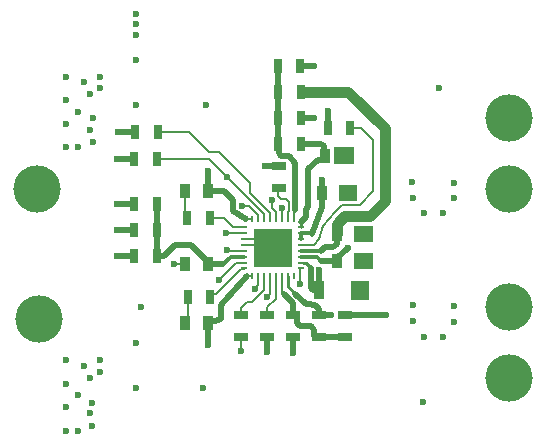
<source format=gbl>
G04*
G04 #@! TF.GenerationSoftware,Altium Limited,Altium Designer,21.9.2 (33)*
G04*
G04 Layer_Physical_Order=6*
G04 Layer_Color=16711680*
%FSLAX44Y44*%
%MOMM*%
G71*
G04*
G04 #@! TF.SameCoordinates,E4C3A579-B693-4A56-8CB7-AE82ACC2EB58*
G04*
G04*
G04 #@! TF.FilePolarity,Positive*
G04*
G01*
G75*
%ADD10C,0.2000*%
%ADD21C,0.5000*%
%ADD22C,4.0000*%
%ADD23C,0.6000*%
%ADD29R,3.3000X3.3000*%
%ADD30R,0.6000X0.2300*%
%ADD31R,0.2300X0.6000*%
%ADD32R,1.3000X0.7000*%
%ADD33R,0.9000X1.6000*%
%ADD34R,0.9000X1.3000*%
%ADD35R,0.7000X1.3000*%
%ADD36C,0.2500*%
%ADD37C,0.3000*%
%ADD38C,0.9000*%
G36*
X331724Y205994D02*
X315976D01*
Y221996D01*
X331724D01*
Y205994D01*
D02*
G37*
G36*
X334772Y232410D02*
X319024D01*
Y245618D01*
X334772D01*
Y232410D01*
D02*
G37*
G36*
Y255270D02*
X319024D01*
Y268478D01*
X334772D01*
Y255270D01*
D02*
G37*
G36*
X321564Y289560D02*
X305816D01*
Y302768D01*
X321564D01*
Y289560D01*
D02*
G37*
G36*
X318516Y321056D02*
X301752D01*
Y335280D01*
X318516D01*
Y321056D01*
D02*
G37*
D10*
X227000Y274000D02*
X232500D01*
X249178Y283322D02*
Y290072D01*
X249428Y290322D01*
X254000Y294235D02*
X257235Y291000D01*
X249178Y283322D02*
X252500Y280000D01*
X257235Y291000D02*
X261000D01*
X254000Y294235D02*
Y299500D01*
X175966Y235966D02*
X176000Y236000D01*
X166624Y235966D02*
X175966D01*
X323838Y286500D02*
X335000Y297662D01*
X308500Y286500D02*
X323838D01*
X335000Y297662D02*
Y341000D01*
X262500Y280015D02*
X263650Y281165D01*
Y288350D01*
X261000Y291000D02*
X263650Y288350D01*
X282500Y262500D02*
X283000Y262000D01*
X292495Y268282D02*
X292768Y268604D01*
X284500Y252500D02*
X289250Y257250D01*
X292768Y268604D02*
X302500Y280107D01*
X289250Y257250D02*
X292495Y268282D01*
X307328Y285328D02*
X308500Y286500D01*
X302500Y280107D02*
X307328Y285328D01*
X238000Y262000D02*
X242500Y257500D01*
X247500Y252500D01*
X250000Y250000D01*
X257500Y212500D02*
X259421Y210579D01*
X257500Y212500D02*
Y226000D01*
X266980Y203000D02*
X267000D01*
X204000Y223000D02*
X218500Y237500D01*
X226000D01*
X225850Y232350D02*
X226000Y232500D01*
X199278Y211106D02*
X202106D01*
X196778Y208606D02*
X199278Y211106D01*
X223350Y232350D02*
X225850D01*
X196778Y208000D02*
Y208606D01*
X202106Y211106D02*
X223350Y232350D01*
X273000D02*
X273150Y232500D01*
X274000D01*
X273000Y219000D02*
Y232350D01*
X269150Y281008D02*
Y281858D01*
X267500Y279358D02*
X269150Y281008D01*
X274000Y252500D02*
X284500D01*
X313500Y250000D02*
X314000D01*
X304500Y239000D02*
Y241000D01*
X227843Y204000D02*
X232485D01*
X242500Y214015D01*
X223000Y199157D02*
X227843Y204000D01*
X223000Y193500D02*
Y199157D01*
X259421Y210559D02*
Y210579D01*
X226000Y252500D02*
X247500D01*
X226000Y257500D02*
X242500D01*
X228150Y226000D02*
X232500Y226000D01*
X267500Y274000D02*
Y279358D01*
X262500Y274000D02*
Y280015D01*
X235000Y216082D02*
X237500Y218582D01*
X235000Y215000D02*
Y216082D01*
X237500Y218582D02*
Y226000D01*
X211000Y310000D02*
X242350Y278650D01*
X196000Y325000D02*
X211000Y310000D01*
X230336Y296507D02*
X247500Y279343D01*
X230336Y296507D02*
Y304664D01*
X178843Y348000D02*
X196007Y330836D01*
X204164D01*
X311000Y193500D02*
X311500Y193000D01*
X223000Y163000D02*
Y174500D01*
X315500Y351000D02*
X325000D01*
X273500Y360000D02*
X273500Y360000D01*
X151500Y325000D02*
X151500Y325000D01*
X196000D01*
X204164Y330836D02*
X230336Y304664D01*
X152500Y348000D02*
X178843D01*
X229893Y285000D02*
X237350Y277543D01*
X242350Y274150D02*
Y278650D01*
X224000Y285000D02*
X229893D01*
X237350Y274150D02*
Y277543D01*
X208502Y275000D02*
X216002Y267500D01*
X196524Y275000D02*
X208502D01*
X216002Y267500D02*
X226000D01*
X196524Y275000D02*
X197024Y274500D01*
X237350Y274150D02*
X237500Y274000D01*
X247500D02*
Y279343D01*
X252500Y274000D02*
Y280000D01*
X254000Y299500D02*
X255000Y300500D01*
X257650Y274150D02*
Y283650D01*
X257500Y274000D02*
X257650Y274150D01*
X325000Y351000D02*
X335000Y341000D01*
X252500Y207015D02*
Y226000D01*
X245000Y208000D02*
X247500Y210500D01*
X245000Y199515D02*
X252500Y207015D01*
X247500Y210500D02*
Y226000D01*
X245000Y193500D02*
Y199515D01*
X242350Y274150D02*
X242500Y274000D01*
Y214015D02*
Y226000D01*
X176000Y186000D02*
X177778Y187778D01*
Y208000D01*
X211500Y247500D02*
X226000D01*
X211000Y248000D02*
X211500Y247500D01*
X210250Y262250D02*
X210500Y262500D01*
X226000D01*
X176000Y276524D02*
Y298000D01*
Y276524D02*
X177524Y275000D01*
D21*
X216000Y281071D02*
Y290500D01*
Y281071D02*
X227000Y274000D01*
X208500Y298000D02*
X216000Y290500D01*
X291000Y239000D02*
X304500D01*
X273353Y183388D02*
X282071D01*
X285000Y180459D01*
Y175500D02*
Y180459D01*
X286000Y174500D02*
X289000D01*
X269424Y193500D02*
X270424Y192500D01*
X267000Y193500D02*
X269424D01*
X270424Y186317D02*
X273353Y183388D01*
X285000Y175500D02*
X286000Y174500D01*
X270424Y186317D02*
Y192500D01*
X195000Y186000D02*
X205740Y189791D01*
Y201908D02*
X228150Y226000D01*
X205740Y189791D02*
Y201908D01*
X266977Y174477D02*
X267000Y174500D01*
X266954Y161290D02*
X266977Y161313D01*
Y174477D01*
X274000Y272000D02*
X278000Y276000D01*
Y282930D02*
X280000Y284930D01*
X278000Y276000D02*
Y282930D01*
X269150Y281858D02*
Y322178D01*
X283000Y262000D02*
X292000Y284332D01*
Y295500D01*
X291500Y296000D02*
X292000Y295500D01*
X291500Y296000D02*
Y307500D01*
X269000Y211000D02*
X278000Y202000D01*
X259421Y210559D02*
X266980Y203000D01*
X267000Y193500D02*
Y203000D01*
X278000Y202000D02*
X282636D01*
X283136Y201500D02*
X286071D01*
X289000Y193500D02*
Y198571D01*
X286071Y201500D02*
X289000Y198571D01*
X282636Y202000D02*
X283136Y201500D01*
X289000Y193500D02*
X289500Y193000D01*
X195000Y236000D02*
X208000D01*
X181000Y252000D02*
X195000Y238000D01*
Y236000D02*
Y238000D01*
X280000Y316500D02*
X288172Y324672D01*
X280000Y284930D02*
Y316500D01*
X288172Y324672D02*
X291172D01*
X294500Y328000D01*
X304500Y241000D02*
X313500Y250000D01*
X291157Y247500D02*
X293907Y250250D01*
X304500Y253500D02*
Y262000D01*
X273500Y382000D02*
X274000D01*
X301250Y250250D02*
X304500Y253500D01*
X293907Y250250D02*
X301250D01*
X195000Y168000D02*
Y186000D01*
Y315000D02*
X195000Y315000D01*
Y298000D02*
X208500D01*
X195000D02*
Y315000D01*
X263328Y328000D02*
X269150Y322178D01*
X254000Y404000D02*
X254500Y403500D01*
Y382000D02*
Y403500D01*
X257000Y328000D02*
X263328D01*
X255000Y330000D02*
X257000Y328000D01*
X254500Y338000D02*
Y360000D01*
Y338000D02*
X255000Y337500D01*
X254500Y360000D02*
Y382000D01*
X255000Y330000D02*
Y337500D01*
X289500Y193000D02*
X299000D01*
X273000Y404000D02*
X284500D01*
X243500Y319500D02*
X255000D01*
X311500Y193000D02*
X346000D01*
X245000Y162000D02*
Y174500D01*
X118254Y265000D02*
X132754D01*
X273500Y338000D02*
X291000D01*
X293000Y336000D01*
Y329500D02*
Y336000D01*
X296500Y351000D02*
Y365500D01*
X273500Y360000D02*
X285000D01*
X118000Y325000D02*
X132500D01*
X119000Y348000D02*
X133500D01*
X118254Y287000D02*
X132754D01*
X118000Y243000D02*
X132500D01*
X289000Y214500D02*
Y231000D01*
Y214500D02*
X289500Y214000D01*
X284000D02*
X289500D01*
X282000Y216000D02*
Y232893D01*
Y216000D02*
X284000Y214000D01*
X289000Y174500D02*
X311000D01*
X289000Y174500D02*
X289000Y174500D01*
X151754Y265000D02*
Y287000D01*
X151754Y287000D02*
X151754Y287000D01*
X151500Y264746D02*
X151754Y265000D01*
X151500Y243000D02*
Y264746D01*
X158000Y243000D02*
X167000Y252000D01*
X181000D01*
X151500Y243000D02*
X158000D01*
D22*
X450000Y140000D02*
D03*
X50000Y300000D02*
D03*
X52000Y190000D02*
D03*
X450000Y300000D02*
D03*
Y360000D02*
D03*
Y200000D02*
D03*
D23*
X104000Y155000D02*
D03*
X249428Y290322D02*
D03*
X90000Y150000D02*
D03*
X75000Y155000D02*
D03*
X95000Y140000D02*
D03*
X75000Y135000D02*
D03*
Y115000D02*
D03*
X85000Y125000D02*
D03*
X96872Y98810D02*
D03*
X75000Y95000D02*
D03*
X85000D02*
D03*
X96872Y118810D02*
D03*
X95000Y110000D02*
D03*
Y350000D02*
D03*
X97634Y359572D02*
D03*
X85000Y335000D02*
D03*
X75000D02*
D03*
X97634Y339572D02*
D03*
X85000Y365000D02*
D03*
X75000Y355000D02*
D03*
Y375000D02*
D03*
X95000Y380000D02*
D03*
X75000Y395000D02*
D03*
X90000Y390000D02*
D03*
X104000Y385000D02*
D03*
X166624Y235966D02*
D03*
X266954Y161290D02*
D03*
X327660Y210820D02*
D03*
Y217170D02*
D03*
X330200Y235966D02*
D03*
Y242316D02*
D03*
X330708Y258826D02*
D03*
Y265176D02*
D03*
X318262Y299212D02*
D03*
Y292862D02*
D03*
X305562Y324612D02*
D03*
X393954Y174752D02*
D03*
X403606Y187452D02*
D03*
Y200660D02*
D03*
X377952Y174752D02*
D03*
X368554Y187706D02*
D03*
X368300Y201676D02*
D03*
X368046Y306070D02*
D03*
X368300Y292100D02*
D03*
X377698Y279146D02*
D03*
X403352Y305054D02*
D03*
Y291846D02*
D03*
X134112Y430276D02*
D03*
Y448310D02*
D03*
X251000Y260000D02*
D03*
X261000Y238000D02*
D03*
X238000D02*
D03*
Y262000D02*
D03*
X391000Y385515D02*
D03*
X305054Y331724D02*
D03*
X377000Y119000D02*
D03*
X204000Y223000D02*
D03*
X273000Y219000D02*
D03*
X314000Y250000D02*
D03*
X235000Y215000D02*
D03*
X393700Y279146D02*
D03*
X299000Y193000D02*
D03*
X284500Y404000D02*
D03*
X211000Y310000D02*
D03*
X291500Y307500D02*
D03*
X193000Y371000D02*
D03*
X191000Y131000D02*
D03*
X104000Y145000D02*
D03*
X134000Y130900D02*
D03*
Y169000D02*
D03*
Y370900D02*
D03*
X138230Y200050D02*
D03*
X134230Y439050D02*
D03*
X104000Y395000D02*
D03*
X134000Y409000D02*
D03*
X243500Y319500D02*
D03*
X346000Y193000D02*
D03*
X245000Y162000D02*
D03*
X223000Y163000D02*
D03*
X118254Y265000D02*
D03*
X296500Y365500D02*
D03*
X285000Y360000D02*
D03*
X118000Y325000D02*
D03*
X119000Y348000D02*
D03*
X118254Y287000D02*
D03*
X118000Y243000D02*
D03*
X195000Y315000D02*
D03*
X224000Y285000D02*
D03*
X257650Y283650D02*
D03*
X289000Y231000D02*
D03*
X245000Y208000D02*
D03*
X195000Y168000D02*
D03*
X211000Y248000D02*
D03*
X210250Y262250D02*
D03*
D29*
X250000Y250000D02*
D03*
D30*
X274000Y267500D02*
D03*
X226000D02*
D03*
Y262500D02*
D03*
Y257500D02*
D03*
Y252500D02*
D03*
Y247500D02*
D03*
Y242500D02*
D03*
Y237500D02*
D03*
Y232500D02*
D03*
X274000D02*
D03*
Y237500D02*
D03*
Y242500D02*
D03*
Y247500D02*
D03*
Y252500D02*
D03*
Y257500D02*
D03*
Y262500D02*
D03*
D31*
X267500Y274000D02*
D03*
X262500D02*
D03*
X257500D02*
D03*
X252500D02*
D03*
X247500D02*
D03*
X242500D02*
D03*
X237500D02*
D03*
X232500D02*
D03*
Y226000D02*
D03*
X237500D02*
D03*
X242500D02*
D03*
X247500D02*
D03*
X252500D02*
D03*
X257500D02*
D03*
X262500D02*
D03*
X267500D02*
D03*
D32*
X223000Y174500D02*
D03*
Y193500D02*
D03*
X245000Y193500D02*
D03*
Y174500D02*
D03*
X267000D02*
D03*
Y193500D02*
D03*
X289000D02*
D03*
Y174500D02*
D03*
X311000Y174500D02*
D03*
Y193500D02*
D03*
X255000Y319500D02*
D03*
Y300500D02*
D03*
D33*
X320500Y214000D02*
D03*
X289500D02*
D03*
D34*
X304500Y239000D02*
D03*
X323500D02*
D03*
X323500Y262000D02*
D03*
X304500D02*
D03*
X310500Y296000D02*
D03*
X291500D02*
D03*
X294500Y328000D02*
D03*
X313500D02*
D03*
X195000Y186000D02*
D03*
X176000D02*
D03*
X176000Y236000D02*
D03*
X195000D02*
D03*
X176000Y298000D02*
D03*
X195000D02*
D03*
D35*
X296500Y351000D02*
D03*
X315500D02*
D03*
X254000Y404000D02*
D03*
X273000D02*
D03*
X273500Y382000D02*
D03*
X254500D02*
D03*
X273500Y360000D02*
D03*
X254500D02*
D03*
X273500Y338000D02*
D03*
X254500D02*
D03*
X196778Y208000D02*
D03*
X177778D02*
D03*
X196524Y275000D02*
D03*
X177524D02*
D03*
X132500Y243000D02*
D03*
X151500D02*
D03*
X151754Y265000D02*
D03*
X132754D02*
D03*
X132754Y287000D02*
D03*
X151754D02*
D03*
X132500Y325000D02*
D03*
X151500D02*
D03*
X152500Y348000D02*
D03*
X133500D02*
D03*
D36*
X277846Y237400D02*
X282000Y233246D01*
X275750Y237400D02*
X277846D01*
X282000Y232893D02*
Y233246D01*
X274000Y267500D02*
Y272000D01*
X274000Y272000D01*
X262500Y217500D02*
Y226000D01*
Y217500D02*
X269000Y211000D01*
D37*
X274000Y242500D02*
X287500D01*
X291000Y239000D01*
X274000Y257500D02*
Y262500D01*
X282500D01*
X208000Y236000D02*
X214500Y242500D01*
X226000D01*
X274000Y247500D02*
X291157D01*
D38*
X310000Y277000D02*
X332000D01*
X345000Y290000D02*
Y351000D01*
X304500Y270500D02*
X310000Y277000D01*
X332000D02*
X345000Y290000D01*
X277000Y382000D02*
X314000D01*
X345000Y351000D01*
X304500Y262000D02*
Y270500D01*
M02*

</source>
